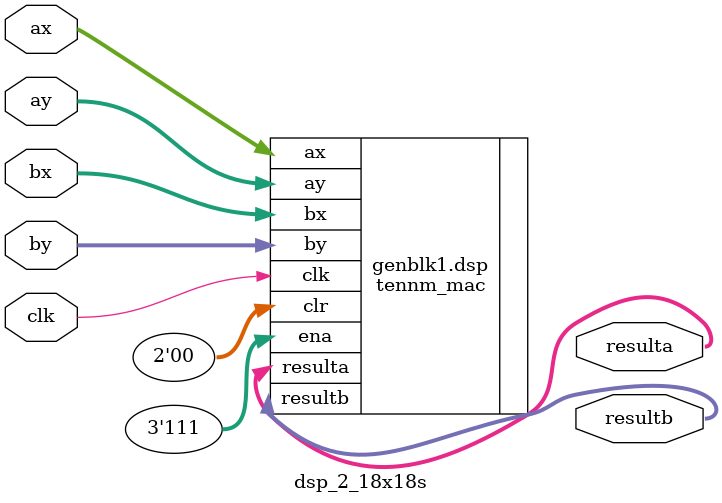
<source format=sv>
module dsp_2_18x18s #(
    parameter FAMILY = "Agilex",
    parameter LATENCY = 4,
    parameter AX_WIDTH = 18,
    parameter AY_WIDTH = 18,
    parameter BX_WIDTH = 18,
    parameter BY_WIDTH = 18,
    parameter RESULT_A_WIDTH = 36,
    parameter RESULT_B_WIDTH = 36
) (
    input clk,
    input signed [AX_WIDTH-1:0] ax,
    input signed [AY_WIDTH-1:0] ay,
    input signed [BX_WIDTH-1:0] bx,
    input signed [BY_WIDTH-1:0] by,
    output signed [RESULT_A_WIDTH-1:0]	resulta,
    output signed [RESULT_B_WIDTH-1:0]	resultb
);

initial begin
    if ((FAMILY == "Agilex") && ((LATENCY < 2) || (LATENCY > 4)))
        $fatal("(LATENCY < %d) || (LATENCY > %d): %d", 2, 4, LATENCY);
    if ((FAMILY == "Stratix 10") && ((LATENCY < 2) || (LATENCY > 4)))
        $fatal("(LATENCY < %d) || (LATENCY > %d): %d", 2, 4, LATENCY);
    if ((FAMILY == "Arria 10") && ((LATENCY < 2) || (LATENCY > 3)))
        $fatal("(LATENCY < %d) || (LATENCY > %d): %d", 2, 3, LATENCY);
end

generate

if (FAMILY == "Agilex") begin
    (* altera_attribute = "-name DSP_REGISTER_PACKING Disable" *)
    tennm_mac  #(
        .ax_width (AX_WIDTH),
        .ay_scan_in_width (AY_WIDTH),
        .bx_width (BX_WIDTH),
        .by_width (BY_WIDTH),
        .signed_max("true"),
        .signed_mbx("true"),
        .signed_may("true"),
        .signed_mby("true"),
        .operation_mode ("m18x18_full"),
        .ax_clken ("0"),
        .ay_scan_in_clken ("0"),
        .bx_clken ("0"),
        .by_clken ("0"),
        .input_pipeline_clken ((LATENCY == 4) ? "0" : "no_reg"),
        .second_pipeline_clken ((LATENCY >= 3) ? "0" : "no_reg"),
        .output_clken ("0"),
        .scan_out_width (AY_WIDTH),
        .result_a_width (RESULT_A_WIDTH),
        .result_b_width (RESULT_B_WIDTH)
    ) dsp (
        .clr (2'b0),
        .ax (ax),
        .ay (ay),
        .bx (bx),
        .by (by),
        .clk (clk),
        .ena (3'b111),
        .resulta (resulta),
        .resultb (resultb)
    );
end else if (FAMILY == "Stratix 10") begin
    (* altera_attribute = "-name DSP_REGISTER_PACKING Disable" *)
    fourteennm_mac  #(
        .ax_width (AX_WIDTH),
        .ay_scan_in_width (AY_WIDTH),
        .bx_width (BX_WIDTH),
        .by_width (BY_WIDTH),
        .signed_max("true"),
        .signed_mbx("true"),
        .signed_may("true"),
        .signed_mby("true"),
        .operation_mode ("m18x18_full"),
        .ax_clock ("0"),
        .ay_scan_in_clock ("0"),
        .bx_clock ("0"),
        .by_clock ("0"),
        .input_pipeline_clock ((LATENCY >= 3) ? "0" : "none"),
        .second_pipeline_clock ((LATENCY == 4) ? "0" : "none"),
        .output_clock ("0"),
        .scan_out_width (AY_WIDTH),
        .result_a_width (RESULT_A_WIDTH),
        .result_b_width (RESULT_B_WIDTH)
    ) dsp (
        .clr (2'b0),
        .ax (ax),
        .ay (ay),
        .bx (bx),
        .by (by),
        .clk ({clk, clk, clk}),
        .ena (3'b111),
        .resulta (resulta),
        .resultb (resultb)
    );
end else if (FAMILY == "Arria 10") begin
    (* altera_attribute = "-name DSP_REGISTER_PACKING Disable" *)
    twentynm_mac  #(
        .ax_width (AX_WIDTH),
        .ay_scan_in_width (AY_WIDTH),
        .bx_width (BX_WIDTH),
        .by_width (BY_WIDTH),
        .signed_max("true"),
        .signed_mbx("true"),
        .signed_may("true"),
        .signed_mby("true"),
        .operation_mode ("m18x18_full"),
        .ax_clock ("0"),
        .ay_scan_in_clock ("0"),
        .bx_clock ("0"),
        .by_clock ("0"),
        .input_pipeline_clock ((LATENCY == 3) ? "0" : "none"),
        .output_clock ("0"),
        .scan_out_width (AY_WIDTH),
        .result_a_width (RESULT_A_WIDTH),
        .result_b_width (RESULT_B_WIDTH)
    ) dsp (
        .aclr (2'b0),
        .ax (ax),
        .ay (ay),
        .bx (bx),
        .by (by),
        .clk ({clk, clk, clk}),
        .ena (3'b111),
        .resulta (resulta),
        .resultb (resultb)
    );
end else begin
    reg signed [RESULT_A_WIDTH-1:0] resulta_r[0:LATENCY-1];
    reg signed [RESULT_B_WIDTH-1:0] resultb_r[0:LATENCY-1];
    integer i;
    always @(posedge clk) begin
        resulta_r[0] <= ax * ay;
        resultb_r[0] <= bx * by;
        for (i = 1; i < LATENCY; i=i+1) begin
            resulta_r[i] <= resulta_r[i-1];
            resultb_r[i] <= resultb_r[i-1];        
        end
    end
    assign resulta = resulta_r[LATENCY-1];
    assign resultb = resultb_r[LATENCY-1];
end

endgenerate

endmodule

</source>
